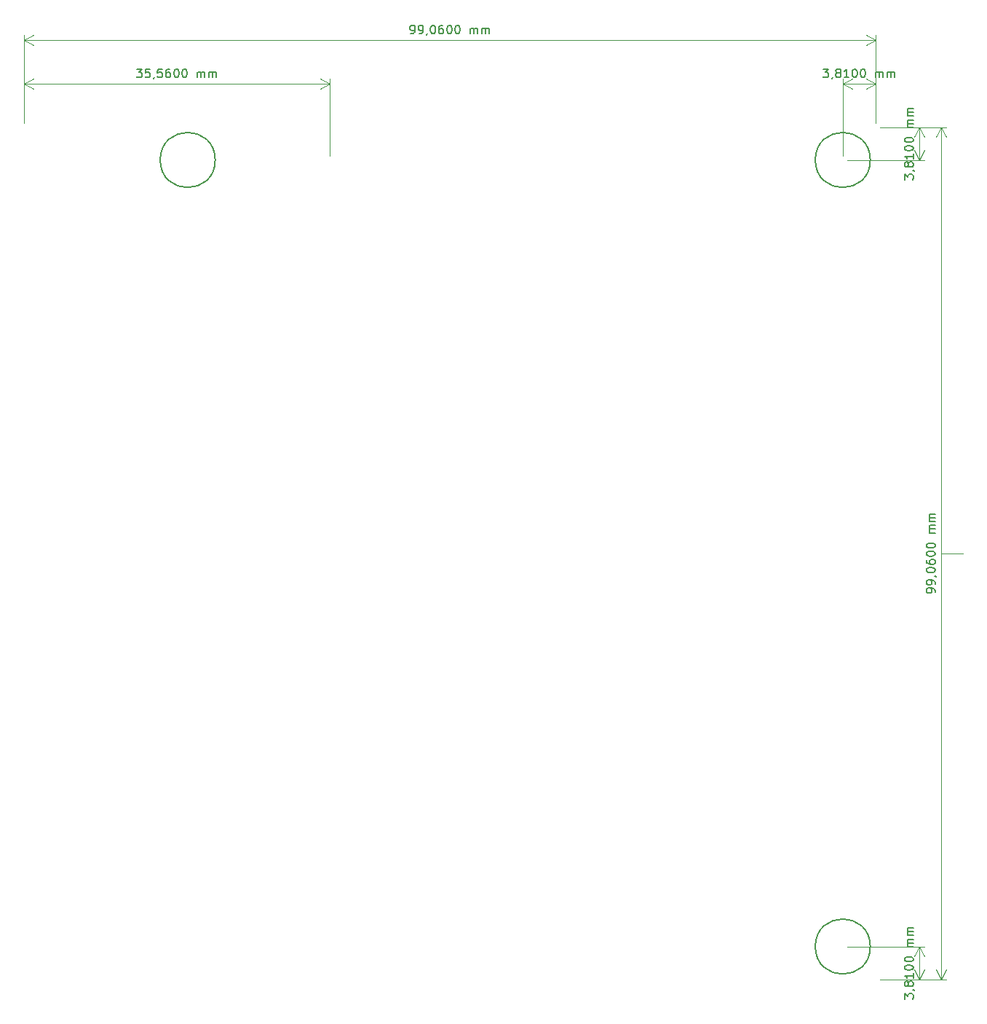
<source format=gbr>
%TF.GenerationSoftware,KiCad,Pcbnew,8.0.4-8.0.4-0~ubuntu22.04.1*%
%TF.CreationDate,2024-08-10T20:12:59+03:00*%
%TF.ProjectId,PM-CPU-RP,504d2d43-5055-42d5-9250-2e6b69636164,rev?*%
%TF.SameCoordinates,Original*%
%TF.FileFunction,Other,Comment*%
%FSLAX46Y46*%
G04 Gerber Fmt 4.6, Leading zero omitted, Abs format (unit mm)*
G04 Created by KiCad (PCBNEW 8.0.4-8.0.4-0~ubuntu22.04.1) date 2024-08-10 20:12:59*
%MOMM*%
%LPD*%
G01*
G04 APERTURE LIST*
%ADD10C,0.100000*%
%ADD11C,0.150000*%
G04 APERTURE END LIST*
D10*
X132080000Y-100330000D02*
X134620000Y-100330000D01*
D11*
X127844819Y-56895475D02*
X127844819Y-56276428D01*
X127844819Y-56276428D02*
X128225771Y-56609761D01*
X128225771Y-56609761D02*
X128225771Y-56466904D01*
X128225771Y-56466904D02*
X128273390Y-56371666D01*
X128273390Y-56371666D02*
X128321009Y-56324047D01*
X128321009Y-56324047D02*
X128416247Y-56276428D01*
X128416247Y-56276428D02*
X128654342Y-56276428D01*
X128654342Y-56276428D02*
X128749580Y-56324047D01*
X128749580Y-56324047D02*
X128797200Y-56371666D01*
X128797200Y-56371666D02*
X128844819Y-56466904D01*
X128844819Y-56466904D02*
X128844819Y-56752618D01*
X128844819Y-56752618D02*
X128797200Y-56847856D01*
X128797200Y-56847856D02*
X128749580Y-56895475D01*
X128797200Y-55800237D02*
X128844819Y-55800237D01*
X128844819Y-55800237D02*
X128940057Y-55847856D01*
X128940057Y-55847856D02*
X128987676Y-55895475D01*
X128273390Y-55228809D02*
X128225771Y-55324047D01*
X128225771Y-55324047D02*
X128178152Y-55371666D01*
X128178152Y-55371666D02*
X128082914Y-55419285D01*
X128082914Y-55419285D02*
X128035295Y-55419285D01*
X128035295Y-55419285D02*
X127940057Y-55371666D01*
X127940057Y-55371666D02*
X127892438Y-55324047D01*
X127892438Y-55324047D02*
X127844819Y-55228809D01*
X127844819Y-55228809D02*
X127844819Y-55038333D01*
X127844819Y-55038333D02*
X127892438Y-54943095D01*
X127892438Y-54943095D02*
X127940057Y-54895476D01*
X127940057Y-54895476D02*
X128035295Y-54847857D01*
X128035295Y-54847857D02*
X128082914Y-54847857D01*
X128082914Y-54847857D02*
X128178152Y-54895476D01*
X128178152Y-54895476D02*
X128225771Y-54943095D01*
X128225771Y-54943095D02*
X128273390Y-55038333D01*
X128273390Y-55038333D02*
X128273390Y-55228809D01*
X128273390Y-55228809D02*
X128321009Y-55324047D01*
X128321009Y-55324047D02*
X128368628Y-55371666D01*
X128368628Y-55371666D02*
X128463866Y-55419285D01*
X128463866Y-55419285D02*
X128654342Y-55419285D01*
X128654342Y-55419285D02*
X128749580Y-55371666D01*
X128749580Y-55371666D02*
X128797200Y-55324047D01*
X128797200Y-55324047D02*
X128844819Y-55228809D01*
X128844819Y-55228809D02*
X128844819Y-55038333D01*
X128844819Y-55038333D02*
X128797200Y-54943095D01*
X128797200Y-54943095D02*
X128749580Y-54895476D01*
X128749580Y-54895476D02*
X128654342Y-54847857D01*
X128654342Y-54847857D02*
X128463866Y-54847857D01*
X128463866Y-54847857D02*
X128368628Y-54895476D01*
X128368628Y-54895476D02*
X128321009Y-54943095D01*
X128321009Y-54943095D02*
X128273390Y-55038333D01*
X128844819Y-53895476D02*
X128844819Y-54466904D01*
X128844819Y-54181190D02*
X127844819Y-54181190D01*
X127844819Y-54181190D02*
X127987676Y-54276428D01*
X127987676Y-54276428D02*
X128082914Y-54371666D01*
X128082914Y-54371666D02*
X128130533Y-54466904D01*
X127844819Y-53276428D02*
X127844819Y-53181190D01*
X127844819Y-53181190D02*
X127892438Y-53085952D01*
X127892438Y-53085952D02*
X127940057Y-53038333D01*
X127940057Y-53038333D02*
X128035295Y-52990714D01*
X128035295Y-52990714D02*
X128225771Y-52943095D01*
X128225771Y-52943095D02*
X128463866Y-52943095D01*
X128463866Y-52943095D02*
X128654342Y-52990714D01*
X128654342Y-52990714D02*
X128749580Y-53038333D01*
X128749580Y-53038333D02*
X128797200Y-53085952D01*
X128797200Y-53085952D02*
X128844819Y-53181190D01*
X128844819Y-53181190D02*
X128844819Y-53276428D01*
X128844819Y-53276428D02*
X128797200Y-53371666D01*
X128797200Y-53371666D02*
X128749580Y-53419285D01*
X128749580Y-53419285D02*
X128654342Y-53466904D01*
X128654342Y-53466904D02*
X128463866Y-53514523D01*
X128463866Y-53514523D02*
X128225771Y-53514523D01*
X128225771Y-53514523D02*
X128035295Y-53466904D01*
X128035295Y-53466904D02*
X127940057Y-53419285D01*
X127940057Y-53419285D02*
X127892438Y-53371666D01*
X127892438Y-53371666D02*
X127844819Y-53276428D01*
X127844819Y-52324047D02*
X127844819Y-52228809D01*
X127844819Y-52228809D02*
X127892438Y-52133571D01*
X127892438Y-52133571D02*
X127940057Y-52085952D01*
X127940057Y-52085952D02*
X128035295Y-52038333D01*
X128035295Y-52038333D02*
X128225771Y-51990714D01*
X128225771Y-51990714D02*
X128463866Y-51990714D01*
X128463866Y-51990714D02*
X128654342Y-52038333D01*
X128654342Y-52038333D02*
X128749580Y-52085952D01*
X128749580Y-52085952D02*
X128797200Y-52133571D01*
X128797200Y-52133571D02*
X128844819Y-52228809D01*
X128844819Y-52228809D02*
X128844819Y-52324047D01*
X128844819Y-52324047D02*
X128797200Y-52419285D01*
X128797200Y-52419285D02*
X128749580Y-52466904D01*
X128749580Y-52466904D02*
X128654342Y-52514523D01*
X128654342Y-52514523D02*
X128463866Y-52562142D01*
X128463866Y-52562142D02*
X128225771Y-52562142D01*
X128225771Y-52562142D02*
X128035295Y-52514523D01*
X128035295Y-52514523D02*
X127940057Y-52466904D01*
X127940057Y-52466904D02*
X127892438Y-52419285D01*
X127892438Y-52419285D02*
X127844819Y-52324047D01*
X128844819Y-50800237D02*
X128178152Y-50800237D01*
X128273390Y-50800237D02*
X128225771Y-50752618D01*
X128225771Y-50752618D02*
X128178152Y-50657380D01*
X128178152Y-50657380D02*
X128178152Y-50514523D01*
X128178152Y-50514523D02*
X128225771Y-50419285D01*
X128225771Y-50419285D02*
X128321009Y-50371666D01*
X128321009Y-50371666D02*
X128844819Y-50371666D01*
X128321009Y-50371666D02*
X128225771Y-50324047D01*
X128225771Y-50324047D02*
X128178152Y-50228809D01*
X128178152Y-50228809D02*
X128178152Y-50085952D01*
X128178152Y-50085952D02*
X128225771Y-49990713D01*
X128225771Y-49990713D02*
X128321009Y-49943094D01*
X128321009Y-49943094D02*
X128844819Y-49943094D01*
X128844819Y-49466904D02*
X128178152Y-49466904D01*
X128273390Y-49466904D02*
X128225771Y-49419285D01*
X128225771Y-49419285D02*
X128178152Y-49324047D01*
X128178152Y-49324047D02*
X128178152Y-49181190D01*
X128178152Y-49181190D02*
X128225771Y-49085952D01*
X128225771Y-49085952D02*
X128321009Y-49038333D01*
X128321009Y-49038333D02*
X128844819Y-49038333D01*
X128321009Y-49038333D02*
X128225771Y-48990714D01*
X128225771Y-48990714D02*
X128178152Y-48895476D01*
X128178152Y-48895476D02*
X128178152Y-48752619D01*
X128178152Y-48752619D02*
X128225771Y-48657380D01*
X128225771Y-48657380D02*
X128321009Y-48609761D01*
X128321009Y-48609761D02*
X128844819Y-48609761D01*
D10*
X121150000Y-54610000D02*
X130126420Y-54610000D01*
X130126420Y-50800000D02*
X124960000Y-50800000D01*
X129540000Y-54610000D02*
X129540000Y-50800000D01*
X129540000Y-54610000D02*
X129540000Y-50800000D01*
X129540000Y-54610000D02*
X128953579Y-53483496D01*
X129540000Y-54610000D02*
X130126421Y-53483496D01*
X129540000Y-50800000D02*
X130126421Y-51926504D01*
X129540000Y-50800000D02*
X128953579Y-51926504D01*
D11*
X38513334Y-44024819D02*
X39132381Y-44024819D01*
X39132381Y-44024819D02*
X38799048Y-44405771D01*
X38799048Y-44405771D02*
X38941905Y-44405771D01*
X38941905Y-44405771D02*
X39037143Y-44453390D01*
X39037143Y-44453390D02*
X39084762Y-44501009D01*
X39084762Y-44501009D02*
X39132381Y-44596247D01*
X39132381Y-44596247D02*
X39132381Y-44834342D01*
X39132381Y-44834342D02*
X39084762Y-44929580D01*
X39084762Y-44929580D02*
X39037143Y-44977200D01*
X39037143Y-44977200D02*
X38941905Y-45024819D01*
X38941905Y-45024819D02*
X38656191Y-45024819D01*
X38656191Y-45024819D02*
X38560953Y-44977200D01*
X38560953Y-44977200D02*
X38513334Y-44929580D01*
X40037143Y-44024819D02*
X39560953Y-44024819D01*
X39560953Y-44024819D02*
X39513334Y-44501009D01*
X39513334Y-44501009D02*
X39560953Y-44453390D01*
X39560953Y-44453390D02*
X39656191Y-44405771D01*
X39656191Y-44405771D02*
X39894286Y-44405771D01*
X39894286Y-44405771D02*
X39989524Y-44453390D01*
X39989524Y-44453390D02*
X40037143Y-44501009D01*
X40037143Y-44501009D02*
X40084762Y-44596247D01*
X40084762Y-44596247D02*
X40084762Y-44834342D01*
X40084762Y-44834342D02*
X40037143Y-44929580D01*
X40037143Y-44929580D02*
X39989524Y-44977200D01*
X39989524Y-44977200D02*
X39894286Y-45024819D01*
X39894286Y-45024819D02*
X39656191Y-45024819D01*
X39656191Y-45024819D02*
X39560953Y-44977200D01*
X39560953Y-44977200D02*
X39513334Y-44929580D01*
X40560953Y-44977200D02*
X40560953Y-45024819D01*
X40560953Y-45024819D02*
X40513334Y-45120057D01*
X40513334Y-45120057D02*
X40465715Y-45167676D01*
X41465714Y-44024819D02*
X40989524Y-44024819D01*
X40989524Y-44024819D02*
X40941905Y-44501009D01*
X40941905Y-44501009D02*
X40989524Y-44453390D01*
X40989524Y-44453390D02*
X41084762Y-44405771D01*
X41084762Y-44405771D02*
X41322857Y-44405771D01*
X41322857Y-44405771D02*
X41418095Y-44453390D01*
X41418095Y-44453390D02*
X41465714Y-44501009D01*
X41465714Y-44501009D02*
X41513333Y-44596247D01*
X41513333Y-44596247D02*
X41513333Y-44834342D01*
X41513333Y-44834342D02*
X41465714Y-44929580D01*
X41465714Y-44929580D02*
X41418095Y-44977200D01*
X41418095Y-44977200D02*
X41322857Y-45024819D01*
X41322857Y-45024819D02*
X41084762Y-45024819D01*
X41084762Y-45024819D02*
X40989524Y-44977200D01*
X40989524Y-44977200D02*
X40941905Y-44929580D01*
X42370476Y-44024819D02*
X42180000Y-44024819D01*
X42180000Y-44024819D02*
X42084762Y-44072438D01*
X42084762Y-44072438D02*
X42037143Y-44120057D01*
X42037143Y-44120057D02*
X41941905Y-44262914D01*
X41941905Y-44262914D02*
X41894286Y-44453390D01*
X41894286Y-44453390D02*
X41894286Y-44834342D01*
X41894286Y-44834342D02*
X41941905Y-44929580D01*
X41941905Y-44929580D02*
X41989524Y-44977200D01*
X41989524Y-44977200D02*
X42084762Y-45024819D01*
X42084762Y-45024819D02*
X42275238Y-45024819D01*
X42275238Y-45024819D02*
X42370476Y-44977200D01*
X42370476Y-44977200D02*
X42418095Y-44929580D01*
X42418095Y-44929580D02*
X42465714Y-44834342D01*
X42465714Y-44834342D02*
X42465714Y-44596247D01*
X42465714Y-44596247D02*
X42418095Y-44501009D01*
X42418095Y-44501009D02*
X42370476Y-44453390D01*
X42370476Y-44453390D02*
X42275238Y-44405771D01*
X42275238Y-44405771D02*
X42084762Y-44405771D01*
X42084762Y-44405771D02*
X41989524Y-44453390D01*
X41989524Y-44453390D02*
X41941905Y-44501009D01*
X41941905Y-44501009D02*
X41894286Y-44596247D01*
X43084762Y-44024819D02*
X43180000Y-44024819D01*
X43180000Y-44024819D02*
X43275238Y-44072438D01*
X43275238Y-44072438D02*
X43322857Y-44120057D01*
X43322857Y-44120057D02*
X43370476Y-44215295D01*
X43370476Y-44215295D02*
X43418095Y-44405771D01*
X43418095Y-44405771D02*
X43418095Y-44643866D01*
X43418095Y-44643866D02*
X43370476Y-44834342D01*
X43370476Y-44834342D02*
X43322857Y-44929580D01*
X43322857Y-44929580D02*
X43275238Y-44977200D01*
X43275238Y-44977200D02*
X43180000Y-45024819D01*
X43180000Y-45024819D02*
X43084762Y-45024819D01*
X43084762Y-45024819D02*
X42989524Y-44977200D01*
X42989524Y-44977200D02*
X42941905Y-44929580D01*
X42941905Y-44929580D02*
X42894286Y-44834342D01*
X42894286Y-44834342D02*
X42846667Y-44643866D01*
X42846667Y-44643866D02*
X42846667Y-44405771D01*
X42846667Y-44405771D02*
X42894286Y-44215295D01*
X42894286Y-44215295D02*
X42941905Y-44120057D01*
X42941905Y-44120057D02*
X42989524Y-44072438D01*
X42989524Y-44072438D02*
X43084762Y-44024819D01*
X44037143Y-44024819D02*
X44132381Y-44024819D01*
X44132381Y-44024819D02*
X44227619Y-44072438D01*
X44227619Y-44072438D02*
X44275238Y-44120057D01*
X44275238Y-44120057D02*
X44322857Y-44215295D01*
X44322857Y-44215295D02*
X44370476Y-44405771D01*
X44370476Y-44405771D02*
X44370476Y-44643866D01*
X44370476Y-44643866D02*
X44322857Y-44834342D01*
X44322857Y-44834342D02*
X44275238Y-44929580D01*
X44275238Y-44929580D02*
X44227619Y-44977200D01*
X44227619Y-44977200D02*
X44132381Y-45024819D01*
X44132381Y-45024819D02*
X44037143Y-45024819D01*
X44037143Y-45024819D02*
X43941905Y-44977200D01*
X43941905Y-44977200D02*
X43894286Y-44929580D01*
X43894286Y-44929580D02*
X43846667Y-44834342D01*
X43846667Y-44834342D02*
X43799048Y-44643866D01*
X43799048Y-44643866D02*
X43799048Y-44405771D01*
X43799048Y-44405771D02*
X43846667Y-44215295D01*
X43846667Y-44215295D02*
X43894286Y-44120057D01*
X43894286Y-44120057D02*
X43941905Y-44072438D01*
X43941905Y-44072438D02*
X44037143Y-44024819D01*
X45560953Y-45024819D02*
X45560953Y-44358152D01*
X45560953Y-44453390D02*
X45608572Y-44405771D01*
X45608572Y-44405771D02*
X45703810Y-44358152D01*
X45703810Y-44358152D02*
X45846667Y-44358152D01*
X45846667Y-44358152D02*
X45941905Y-44405771D01*
X45941905Y-44405771D02*
X45989524Y-44501009D01*
X45989524Y-44501009D02*
X45989524Y-45024819D01*
X45989524Y-44501009D02*
X46037143Y-44405771D01*
X46037143Y-44405771D02*
X46132381Y-44358152D01*
X46132381Y-44358152D02*
X46275238Y-44358152D01*
X46275238Y-44358152D02*
X46370477Y-44405771D01*
X46370477Y-44405771D02*
X46418096Y-44501009D01*
X46418096Y-44501009D02*
X46418096Y-45024819D01*
X46894286Y-45024819D02*
X46894286Y-44358152D01*
X46894286Y-44453390D02*
X46941905Y-44405771D01*
X46941905Y-44405771D02*
X47037143Y-44358152D01*
X47037143Y-44358152D02*
X47180000Y-44358152D01*
X47180000Y-44358152D02*
X47275238Y-44405771D01*
X47275238Y-44405771D02*
X47322857Y-44501009D01*
X47322857Y-44501009D02*
X47322857Y-45024819D01*
X47322857Y-44501009D02*
X47370476Y-44405771D01*
X47370476Y-44405771D02*
X47465714Y-44358152D01*
X47465714Y-44358152D02*
X47608571Y-44358152D01*
X47608571Y-44358152D02*
X47703810Y-44405771D01*
X47703810Y-44405771D02*
X47751429Y-44501009D01*
X47751429Y-44501009D02*
X47751429Y-45024819D01*
D10*
X25400000Y-50300000D02*
X25400000Y-45133580D01*
X60960000Y-45133580D02*
X60960000Y-54110000D01*
X25400000Y-45720000D02*
X60960000Y-45720000D01*
X25400000Y-45720000D02*
X60960000Y-45720000D01*
X25400000Y-45720000D02*
X26526504Y-45133579D01*
X25400000Y-45720000D02*
X26526504Y-46306421D01*
X60960000Y-45720000D02*
X59833496Y-46306421D01*
X60960000Y-45720000D02*
X59833496Y-45133579D01*
D11*
X118364524Y-44024819D02*
X118983571Y-44024819D01*
X118983571Y-44024819D02*
X118650238Y-44405771D01*
X118650238Y-44405771D02*
X118793095Y-44405771D01*
X118793095Y-44405771D02*
X118888333Y-44453390D01*
X118888333Y-44453390D02*
X118935952Y-44501009D01*
X118935952Y-44501009D02*
X118983571Y-44596247D01*
X118983571Y-44596247D02*
X118983571Y-44834342D01*
X118983571Y-44834342D02*
X118935952Y-44929580D01*
X118935952Y-44929580D02*
X118888333Y-44977200D01*
X118888333Y-44977200D02*
X118793095Y-45024819D01*
X118793095Y-45024819D02*
X118507381Y-45024819D01*
X118507381Y-45024819D02*
X118412143Y-44977200D01*
X118412143Y-44977200D02*
X118364524Y-44929580D01*
X119459762Y-44977200D02*
X119459762Y-45024819D01*
X119459762Y-45024819D02*
X119412143Y-45120057D01*
X119412143Y-45120057D02*
X119364524Y-45167676D01*
X120031190Y-44453390D02*
X119935952Y-44405771D01*
X119935952Y-44405771D02*
X119888333Y-44358152D01*
X119888333Y-44358152D02*
X119840714Y-44262914D01*
X119840714Y-44262914D02*
X119840714Y-44215295D01*
X119840714Y-44215295D02*
X119888333Y-44120057D01*
X119888333Y-44120057D02*
X119935952Y-44072438D01*
X119935952Y-44072438D02*
X120031190Y-44024819D01*
X120031190Y-44024819D02*
X120221666Y-44024819D01*
X120221666Y-44024819D02*
X120316904Y-44072438D01*
X120316904Y-44072438D02*
X120364523Y-44120057D01*
X120364523Y-44120057D02*
X120412142Y-44215295D01*
X120412142Y-44215295D02*
X120412142Y-44262914D01*
X120412142Y-44262914D02*
X120364523Y-44358152D01*
X120364523Y-44358152D02*
X120316904Y-44405771D01*
X120316904Y-44405771D02*
X120221666Y-44453390D01*
X120221666Y-44453390D02*
X120031190Y-44453390D01*
X120031190Y-44453390D02*
X119935952Y-44501009D01*
X119935952Y-44501009D02*
X119888333Y-44548628D01*
X119888333Y-44548628D02*
X119840714Y-44643866D01*
X119840714Y-44643866D02*
X119840714Y-44834342D01*
X119840714Y-44834342D02*
X119888333Y-44929580D01*
X119888333Y-44929580D02*
X119935952Y-44977200D01*
X119935952Y-44977200D02*
X120031190Y-45024819D01*
X120031190Y-45024819D02*
X120221666Y-45024819D01*
X120221666Y-45024819D02*
X120316904Y-44977200D01*
X120316904Y-44977200D02*
X120364523Y-44929580D01*
X120364523Y-44929580D02*
X120412142Y-44834342D01*
X120412142Y-44834342D02*
X120412142Y-44643866D01*
X120412142Y-44643866D02*
X120364523Y-44548628D01*
X120364523Y-44548628D02*
X120316904Y-44501009D01*
X120316904Y-44501009D02*
X120221666Y-44453390D01*
X121364523Y-45024819D02*
X120793095Y-45024819D01*
X121078809Y-45024819D02*
X121078809Y-44024819D01*
X121078809Y-44024819D02*
X120983571Y-44167676D01*
X120983571Y-44167676D02*
X120888333Y-44262914D01*
X120888333Y-44262914D02*
X120793095Y-44310533D01*
X121983571Y-44024819D02*
X122078809Y-44024819D01*
X122078809Y-44024819D02*
X122174047Y-44072438D01*
X122174047Y-44072438D02*
X122221666Y-44120057D01*
X122221666Y-44120057D02*
X122269285Y-44215295D01*
X122269285Y-44215295D02*
X122316904Y-44405771D01*
X122316904Y-44405771D02*
X122316904Y-44643866D01*
X122316904Y-44643866D02*
X122269285Y-44834342D01*
X122269285Y-44834342D02*
X122221666Y-44929580D01*
X122221666Y-44929580D02*
X122174047Y-44977200D01*
X122174047Y-44977200D02*
X122078809Y-45024819D01*
X122078809Y-45024819D02*
X121983571Y-45024819D01*
X121983571Y-45024819D02*
X121888333Y-44977200D01*
X121888333Y-44977200D02*
X121840714Y-44929580D01*
X121840714Y-44929580D02*
X121793095Y-44834342D01*
X121793095Y-44834342D02*
X121745476Y-44643866D01*
X121745476Y-44643866D02*
X121745476Y-44405771D01*
X121745476Y-44405771D02*
X121793095Y-44215295D01*
X121793095Y-44215295D02*
X121840714Y-44120057D01*
X121840714Y-44120057D02*
X121888333Y-44072438D01*
X121888333Y-44072438D02*
X121983571Y-44024819D01*
X122935952Y-44024819D02*
X123031190Y-44024819D01*
X123031190Y-44024819D02*
X123126428Y-44072438D01*
X123126428Y-44072438D02*
X123174047Y-44120057D01*
X123174047Y-44120057D02*
X123221666Y-44215295D01*
X123221666Y-44215295D02*
X123269285Y-44405771D01*
X123269285Y-44405771D02*
X123269285Y-44643866D01*
X123269285Y-44643866D02*
X123221666Y-44834342D01*
X123221666Y-44834342D02*
X123174047Y-44929580D01*
X123174047Y-44929580D02*
X123126428Y-44977200D01*
X123126428Y-44977200D02*
X123031190Y-45024819D01*
X123031190Y-45024819D02*
X122935952Y-45024819D01*
X122935952Y-45024819D02*
X122840714Y-44977200D01*
X122840714Y-44977200D02*
X122793095Y-44929580D01*
X122793095Y-44929580D02*
X122745476Y-44834342D01*
X122745476Y-44834342D02*
X122697857Y-44643866D01*
X122697857Y-44643866D02*
X122697857Y-44405771D01*
X122697857Y-44405771D02*
X122745476Y-44215295D01*
X122745476Y-44215295D02*
X122793095Y-44120057D01*
X122793095Y-44120057D02*
X122840714Y-44072438D01*
X122840714Y-44072438D02*
X122935952Y-44024819D01*
X124459762Y-45024819D02*
X124459762Y-44358152D01*
X124459762Y-44453390D02*
X124507381Y-44405771D01*
X124507381Y-44405771D02*
X124602619Y-44358152D01*
X124602619Y-44358152D02*
X124745476Y-44358152D01*
X124745476Y-44358152D02*
X124840714Y-44405771D01*
X124840714Y-44405771D02*
X124888333Y-44501009D01*
X124888333Y-44501009D02*
X124888333Y-45024819D01*
X124888333Y-44501009D02*
X124935952Y-44405771D01*
X124935952Y-44405771D02*
X125031190Y-44358152D01*
X125031190Y-44358152D02*
X125174047Y-44358152D01*
X125174047Y-44358152D02*
X125269286Y-44405771D01*
X125269286Y-44405771D02*
X125316905Y-44501009D01*
X125316905Y-44501009D02*
X125316905Y-45024819D01*
X125793095Y-45024819D02*
X125793095Y-44358152D01*
X125793095Y-44453390D02*
X125840714Y-44405771D01*
X125840714Y-44405771D02*
X125935952Y-44358152D01*
X125935952Y-44358152D02*
X126078809Y-44358152D01*
X126078809Y-44358152D02*
X126174047Y-44405771D01*
X126174047Y-44405771D02*
X126221666Y-44501009D01*
X126221666Y-44501009D02*
X126221666Y-45024819D01*
X126221666Y-44501009D02*
X126269285Y-44405771D01*
X126269285Y-44405771D02*
X126364523Y-44358152D01*
X126364523Y-44358152D02*
X126507380Y-44358152D01*
X126507380Y-44358152D02*
X126602619Y-44405771D01*
X126602619Y-44405771D02*
X126650238Y-44501009D01*
X126650238Y-44501009D02*
X126650238Y-45024819D01*
D10*
X120650000Y-54110000D02*
X120650000Y-45133580D01*
X124460000Y-45133580D02*
X124460000Y-50300000D01*
X120650000Y-45720000D02*
X124460000Y-45720000D01*
X120650000Y-45720000D02*
X124460000Y-45720000D01*
X120650000Y-45720000D02*
X121776504Y-45133579D01*
X120650000Y-45720000D02*
X121776504Y-46306421D01*
X124460000Y-45720000D02*
X123333496Y-46306421D01*
X124460000Y-45720000D02*
X123333496Y-45133579D01*
D11*
X127844819Y-152145475D02*
X127844819Y-151526428D01*
X127844819Y-151526428D02*
X128225771Y-151859761D01*
X128225771Y-151859761D02*
X128225771Y-151716904D01*
X128225771Y-151716904D02*
X128273390Y-151621666D01*
X128273390Y-151621666D02*
X128321009Y-151574047D01*
X128321009Y-151574047D02*
X128416247Y-151526428D01*
X128416247Y-151526428D02*
X128654342Y-151526428D01*
X128654342Y-151526428D02*
X128749580Y-151574047D01*
X128749580Y-151574047D02*
X128797200Y-151621666D01*
X128797200Y-151621666D02*
X128844819Y-151716904D01*
X128844819Y-151716904D02*
X128844819Y-152002618D01*
X128844819Y-152002618D02*
X128797200Y-152097856D01*
X128797200Y-152097856D02*
X128749580Y-152145475D01*
X128797200Y-151050237D02*
X128844819Y-151050237D01*
X128844819Y-151050237D02*
X128940057Y-151097856D01*
X128940057Y-151097856D02*
X128987676Y-151145475D01*
X128273390Y-150478809D02*
X128225771Y-150574047D01*
X128225771Y-150574047D02*
X128178152Y-150621666D01*
X128178152Y-150621666D02*
X128082914Y-150669285D01*
X128082914Y-150669285D02*
X128035295Y-150669285D01*
X128035295Y-150669285D02*
X127940057Y-150621666D01*
X127940057Y-150621666D02*
X127892438Y-150574047D01*
X127892438Y-150574047D02*
X127844819Y-150478809D01*
X127844819Y-150478809D02*
X127844819Y-150288333D01*
X127844819Y-150288333D02*
X127892438Y-150193095D01*
X127892438Y-150193095D02*
X127940057Y-150145476D01*
X127940057Y-150145476D02*
X128035295Y-150097857D01*
X128035295Y-150097857D02*
X128082914Y-150097857D01*
X128082914Y-150097857D02*
X128178152Y-150145476D01*
X128178152Y-150145476D02*
X128225771Y-150193095D01*
X128225771Y-150193095D02*
X128273390Y-150288333D01*
X128273390Y-150288333D02*
X128273390Y-150478809D01*
X128273390Y-150478809D02*
X128321009Y-150574047D01*
X128321009Y-150574047D02*
X128368628Y-150621666D01*
X128368628Y-150621666D02*
X128463866Y-150669285D01*
X128463866Y-150669285D02*
X128654342Y-150669285D01*
X128654342Y-150669285D02*
X128749580Y-150621666D01*
X128749580Y-150621666D02*
X128797200Y-150574047D01*
X128797200Y-150574047D02*
X128844819Y-150478809D01*
X128844819Y-150478809D02*
X128844819Y-150288333D01*
X128844819Y-150288333D02*
X128797200Y-150193095D01*
X128797200Y-150193095D02*
X128749580Y-150145476D01*
X128749580Y-150145476D02*
X128654342Y-150097857D01*
X128654342Y-150097857D02*
X128463866Y-150097857D01*
X128463866Y-150097857D02*
X128368628Y-150145476D01*
X128368628Y-150145476D02*
X128321009Y-150193095D01*
X128321009Y-150193095D02*
X128273390Y-150288333D01*
X128844819Y-149145476D02*
X128844819Y-149716904D01*
X128844819Y-149431190D02*
X127844819Y-149431190D01*
X127844819Y-149431190D02*
X127987676Y-149526428D01*
X127987676Y-149526428D02*
X128082914Y-149621666D01*
X128082914Y-149621666D02*
X128130533Y-149716904D01*
X127844819Y-148526428D02*
X127844819Y-148431190D01*
X127844819Y-148431190D02*
X127892438Y-148335952D01*
X127892438Y-148335952D02*
X127940057Y-148288333D01*
X127940057Y-148288333D02*
X128035295Y-148240714D01*
X128035295Y-148240714D02*
X128225771Y-148193095D01*
X128225771Y-148193095D02*
X128463866Y-148193095D01*
X128463866Y-148193095D02*
X128654342Y-148240714D01*
X128654342Y-148240714D02*
X128749580Y-148288333D01*
X128749580Y-148288333D02*
X128797200Y-148335952D01*
X128797200Y-148335952D02*
X128844819Y-148431190D01*
X128844819Y-148431190D02*
X128844819Y-148526428D01*
X128844819Y-148526428D02*
X128797200Y-148621666D01*
X128797200Y-148621666D02*
X128749580Y-148669285D01*
X128749580Y-148669285D02*
X128654342Y-148716904D01*
X128654342Y-148716904D02*
X128463866Y-148764523D01*
X128463866Y-148764523D02*
X128225771Y-148764523D01*
X128225771Y-148764523D02*
X128035295Y-148716904D01*
X128035295Y-148716904D02*
X127940057Y-148669285D01*
X127940057Y-148669285D02*
X127892438Y-148621666D01*
X127892438Y-148621666D02*
X127844819Y-148526428D01*
X127844819Y-147574047D02*
X127844819Y-147478809D01*
X127844819Y-147478809D02*
X127892438Y-147383571D01*
X127892438Y-147383571D02*
X127940057Y-147335952D01*
X127940057Y-147335952D02*
X128035295Y-147288333D01*
X128035295Y-147288333D02*
X128225771Y-147240714D01*
X128225771Y-147240714D02*
X128463866Y-147240714D01*
X128463866Y-147240714D02*
X128654342Y-147288333D01*
X128654342Y-147288333D02*
X128749580Y-147335952D01*
X128749580Y-147335952D02*
X128797200Y-147383571D01*
X128797200Y-147383571D02*
X128844819Y-147478809D01*
X128844819Y-147478809D02*
X128844819Y-147574047D01*
X128844819Y-147574047D02*
X128797200Y-147669285D01*
X128797200Y-147669285D02*
X128749580Y-147716904D01*
X128749580Y-147716904D02*
X128654342Y-147764523D01*
X128654342Y-147764523D02*
X128463866Y-147812142D01*
X128463866Y-147812142D02*
X128225771Y-147812142D01*
X128225771Y-147812142D02*
X128035295Y-147764523D01*
X128035295Y-147764523D02*
X127940057Y-147716904D01*
X127940057Y-147716904D02*
X127892438Y-147669285D01*
X127892438Y-147669285D02*
X127844819Y-147574047D01*
X128844819Y-146050237D02*
X128178152Y-146050237D01*
X128273390Y-146050237D02*
X128225771Y-146002618D01*
X128225771Y-146002618D02*
X128178152Y-145907380D01*
X128178152Y-145907380D02*
X128178152Y-145764523D01*
X128178152Y-145764523D02*
X128225771Y-145669285D01*
X128225771Y-145669285D02*
X128321009Y-145621666D01*
X128321009Y-145621666D02*
X128844819Y-145621666D01*
X128321009Y-145621666D02*
X128225771Y-145574047D01*
X128225771Y-145574047D02*
X128178152Y-145478809D01*
X128178152Y-145478809D02*
X128178152Y-145335952D01*
X128178152Y-145335952D02*
X128225771Y-145240713D01*
X128225771Y-145240713D02*
X128321009Y-145193094D01*
X128321009Y-145193094D02*
X128844819Y-145193094D01*
X128844819Y-144716904D02*
X128178152Y-144716904D01*
X128273390Y-144716904D02*
X128225771Y-144669285D01*
X128225771Y-144669285D02*
X128178152Y-144574047D01*
X128178152Y-144574047D02*
X128178152Y-144431190D01*
X128178152Y-144431190D02*
X128225771Y-144335952D01*
X128225771Y-144335952D02*
X128321009Y-144288333D01*
X128321009Y-144288333D02*
X128844819Y-144288333D01*
X128321009Y-144288333D02*
X128225771Y-144240714D01*
X128225771Y-144240714D02*
X128178152Y-144145476D01*
X128178152Y-144145476D02*
X128178152Y-144002619D01*
X128178152Y-144002619D02*
X128225771Y-143907380D01*
X128225771Y-143907380D02*
X128321009Y-143859761D01*
X128321009Y-143859761D02*
X128844819Y-143859761D01*
D10*
X121150000Y-146050000D02*
X130126420Y-146050000D01*
X130126420Y-149860000D02*
X124960000Y-149860000D01*
X129540000Y-146050000D02*
X129540000Y-149860000D01*
X129540000Y-146050000D02*
X129540000Y-149860000D01*
X129540000Y-146050000D02*
X130126421Y-147176504D01*
X129540000Y-146050000D02*
X128953579Y-147176504D01*
X129540000Y-149860000D02*
X128953579Y-148733496D01*
X129540000Y-149860000D02*
X130126421Y-148733496D01*
D11*
X131384819Y-104853808D02*
X131384819Y-104663332D01*
X131384819Y-104663332D02*
X131337200Y-104568094D01*
X131337200Y-104568094D02*
X131289580Y-104520475D01*
X131289580Y-104520475D02*
X131146723Y-104425237D01*
X131146723Y-104425237D02*
X130956247Y-104377618D01*
X130956247Y-104377618D02*
X130575295Y-104377618D01*
X130575295Y-104377618D02*
X130480057Y-104425237D01*
X130480057Y-104425237D02*
X130432438Y-104472856D01*
X130432438Y-104472856D02*
X130384819Y-104568094D01*
X130384819Y-104568094D02*
X130384819Y-104758570D01*
X130384819Y-104758570D02*
X130432438Y-104853808D01*
X130432438Y-104853808D02*
X130480057Y-104901427D01*
X130480057Y-104901427D02*
X130575295Y-104949046D01*
X130575295Y-104949046D02*
X130813390Y-104949046D01*
X130813390Y-104949046D02*
X130908628Y-104901427D01*
X130908628Y-104901427D02*
X130956247Y-104853808D01*
X130956247Y-104853808D02*
X131003866Y-104758570D01*
X131003866Y-104758570D02*
X131003866Y-104568094D01*
X131003866Y-104568094D02*
X130956247Y-104472856D01*
X130956247Y-104472856D02*
X130908628Y-104425237D01*
X130908628Y-104425237D02*
X130813390Y-104377618D01*
X131384819Y-103901427D02*
X131384819Y-103710951D01*
X131384819Y-103710951D02*
X131337200Y-103615713D01*
X131337200Y-103615713D02*
X131289580Y-103568094D01*
X131289580Y-103568094D02*
X131146723Y-103472856D01*
X131146723Y-103472856D02*
X130956247Y-103425237D01*
X130956247Y-103425237D02*
X130575295Y-103425237D01*
X130575295Y-103425237D02*
X130480057Y-103472856D01*
X130480057Y-103472856D02*
X130432438Y-103520475D01*
X130432438Y-103520475D02*
X130384819Y-103615713D01*
X130384819Y-103615713D02*
X130384819Y-103806189D01*
X130384819Y-103806189D02*
X130432438Y-103901427D01*
X130432438Y-103901427D02*
X130480057Y-103949046D01*
X130480057Y-103949046D02*
X130575295Y-103996665D01*
X130575295Y-103996665D02*
X130813390Y-103996665D01*
X130813390Y-103996665D02*
X130908628Y-103949046D01*
X130908628Y-103949046D02*
X130956247Y-103901427D01*
X130956247Y-103901427D02*
X131003866Y-103806189D01*
X131003866Y-103806189D02*
X131003866Y-103615713D01*
X131003866Y-103615713D02*
X130956247Y-103520475D01*
X130956247Y-103520475D02*
X130908628Y-103472856D01*
X130908628Y-103472856D02*
X130813390Y-103425237D01*
X131337200Y-102949046D02*
X131384819Y-102949046D01*
X131384819Y-102949046D02*
X131480057Y-102996665D01*
X131480057Y-102996665D02*
X131527676Y-103044284D01*
X130384819Y-102329999D02*
X130384819Y-102234761D01*
X130384819Y-102234761D02*
X130432438Y-102139523D01*
X130432438Y-102139523D02*
X130480057Y-102091904D01*
X130480057Y-102091904D02*
X130575295Y-102044285D01*
X130575295Y-102044285D02*
X130765771Y-101996666D01*
X130765771Y-101996666D02*
X131003866Y-101996666D01*
X131003866Y-101996666D02*
X131194342Y-102044285D01*
X131194342Y-102044285D02*
X131289580Y-102091904D01*
X131289580Y-102091904D02*
X131337200Y-102139523D01*
X131337200Y-102139523D02*
X131384819Y-102234761D01*
X131384819Y-102234761D02*
X131384819Y-102329999D01*
X131384819Y-102329999D02*
X131337200Y-102425237D01*
X131337200Y-102425237D02*
X131289580Y-102472856D01*
X131289580Y-102472856D02*
X131194342Y-102520475D01*
X131194342Y-102520475D02*
X131003866Y-102568094D01*
X131003866Y-102568094D02*
X130765771Y-102568094D01*
X130765771Y-102568094D02*
X130575295Y-102520475D01*
X130575295Y-102520475D02*
X130480057Y-102472856D01*
X130480057Y-102472856D02*
X130432438Y-102425237D01*
X130432438Y-102425237D02*
X130384819Y-102329999D01*
X130384819Y-101139523D02*
X130384819Y-101329999D01*
X130384819Y-101329999D02*
X130432438Y-101425237D01*
X130432438Y-101425237D02*
X130480057Y-101472856D01*
X130480057Y-101472856D02*
X130622914Y-101568094D01*
X130622914Y-101568094D02*
X130813390Y-101615713D01*
X130813390Y-101615713D02*
X131194342Y-101615713D01*
X131194342Y-101615713D02*
X131289580Y-101568094D01*
X131289580Y-101568094D02*
X131337200Y-101520475D01*
X131337200Y-101520475D02*
X131384819Y-101425237D01*
X131384819Y-101425237D02*
X131384819Y-101234761D01*
X131384819Y-101234761D02*
X131337200Y-101139523D01*
X131337200Y-101139523D02*
X131289580Y-101091904D01*
X131289580Y-101091904D02*
X131194342Y-101044285D01*
X131194342Y-101044285D02*
X130956247Y-101044285D01*
X130956247Y-101044285D02*
X130861009Y-101091904D01*
X130861009Y-101091904D02*
X130813390Y-101139523D01*
X130813390Y-101139523D02*
X130765771Y-101234761D01*
X130765771Y-101234761D02*
X130765771Y-101425237D01*
X130765771Y-101425237D02*
X130813390Y-101520475D01*
X130813390Y-101520475D02*
X130861009Y-101568094D01*
X130861009Y-101568094D02*
X130956247Y-101615713D01*
X130384819Y-100425237D02*
X130384819Y-100329999D01*
X130384819Y-100329999D02*
X130432438Y-100234761D01*
X130432438Y-100234761D02*
X130480057Y-100187142D01*
X130480057Y-100187142D02*
X130575295Y-100139523D01*
X130575295Y-100139523D02*
X130765771Y-100091904D01*
X130765771Y-100091904D02*
X131003866Y-100091904D01*
X131003866Y-100091904D02*
X131194342Y-100139523D01*
X131194342Y-100139523D02*
X131289580Y-100187142D01*
X131289580Y-100187142D02*
X131337200Y-100234761D01*
X131337200Y-100234761D02*
X131384819Y-100329999D01*
X131384819Y-100329999D02*
X131384819Y-100425237D01*
X131384819Y-100425237D02*
X131337200Y-100520475D01*
X131337200Y-100520475D02*
X131289580Y-100568094D01*
X131289580Y-100568094D02*
X131194342Y-100615713D01*
X131194342Y-100615713D02*
X131003866Y-100663332D01*
X131003866Y-100663332D02*
X130765771Y-100663332D01*
X130765771Y-100663332D02*
X130575295Y-100615713D01*
X130575295Y-100615713D02*
X130480057Y-100568094D01*
X130480057Y-100568094D02*
X130432438Y-100520475D01*
X130432438Y-100520475D02*
X130384819Y-100425237D01*
X130384819Y-99472856D02*
X130384819Y-99377618D01*
X130384819Y-99377618D02*
X130432438Y-99282380D01*
X130432438Y-99282380D02*
X130480057Y-99234761D01*
X130480057Y-99234761D02*
X130575295Y-99187142D01*
X130575295Y-99187142D02*
X130765771Y-99139523D01*
X130765771Y-99139523D02*
X131003866Y-99139523D01*
X131003866Y-99139523D02*
X131194342Y-99187142D01*
X131194342Y-99187142D02*
X131289580Y-99234761D01*
X131289580Y-99234761D02*
X131337200Y-99282380D01*
X131337200Y-99282380D02*
X131384819Y-99377618D01*
X131384819Y-99377618D02*
X131384819Y-99472856D01*
X131384819Y-99472856D02*
X131337200Y-99568094D01*
X131337200Y-99568094D02*
X131289580Y-99615713D01*
X131289580Y-99615713D02*
X131194342Y-99663332D01*
X131194342Y-99663332D02*
X131003866Y-99710951D01*
X131003866Y-99710951D02*
X130765771Y-99710951D01*
X130765771Y-99710951D02*
X130575295Y-99663332D01*
X130575295Y-99663332D02*
X130480057Y-99615713D01*
X130480057Y-99615713D02*
X130432438Y-99568094D01*
X130432438Y-99568094D02*
X130384819Y-99472856D01*
X131384819Y-97949046D02*
X130718152Y-97949046D01*
X130813390Y-97949046D02*
X130765771Y-97901427D01*
X130765771Y-97901427D02*
X130718152Y-97806189D01*
X130718152Y-97806189D02*
X130718152Y-97663332D01*
X130718152Y-97663332D02*
X130765771Y-97568094D01*
X130765771Y-97568094D02*
X130861009Y-97520475D01*
X130861009Y-97520475D02*
X131384819Y-97520475D01*
X130861009Y-97520475D02*
X130765771Y-97472856D01*
X130765771Y-97472856D02*
X130718152Y-97377618D01*
X130718152Y-97377618D02*
X130718152Y-97234761D01*
X130718152Y-97234761D02*
X130765771Y-97139522D01*
X130765771Y-97139522D02*
X130861009Y-97091903D01*
X130861009Y-97091903D02*
X131384819Y-97091903D01*
X131384819Y-96615713D02*
X130718152Y-96615713D01*
X130813390Y-96615713D02*
X130765771Y-96568094D01*
X130765771Y-96568094D02*
X130718152Y-96472856D01*
X130718152Y-96472856D02*
X130718152Y-96329999D01*
X130718152Y-96329999D02*
X130765771Y-96234761D01*
X130765771Y-96234761D02*
X130861009Y-96187142D01*
X130861009Y-96187142D02*
X131384819Y-96187142D01*
X130861009Y-96187142D02*
X130765771Y-96139523D01*
X130765771Y-96139523D02*
X130718152Y-96044285D01*
X130718152Y-96044285D02*
X130718152Y-95901428D01*
X130718152Y-95901428D02*
X130765771Y-95806189D01*
X130765771Y-95806189D02*
X130861009Y-95758570D01*
X130861009Y-95758570D02*
X131384819Y-95758570D01*
D10*
X124960000Y-50800000D02*
X132666420Y-50800000D01*
X132666420Y-149860000D02*
X124960000Y-149860000D01*
X132080000Y-50800000D02*
X132080000Y-149860000D01*
X132080000Y-50800000D02*
X132080000Y-149860000D01*
X132080000Y-50800000D02*
X132666421Y-51926504D01*
X132080000Y-50800000D02*
X131493579Y-51926504D01*
X132080000Y-149860000D02*
X131493579Y-148733496D01*
X132080000Y-149860000D02*
X132666421Y-148733496D01*
D11*
X70406191Y-39944819D02*
X70596667Y-39944819D01*
X70596667Y-39944819D02*
X70691905Y-39897200D01*
X70691905Y-39897200D02*
X70739524Y-39849580D01*
X70739524Y-39849580D02*
X70834762Y-39706723D01*
X70834762Y-39706723D02*
X70882381Y-39516247D01*
X70882381Y-39516247D02*
X70882381Y-39135295D01*
X70882381Y-39135295D02*
X70834762Y-39040057D01*
X70834762Y-39040057D02*
X70787143Y-38992438D01*
X70787143Y-38992438D02*
X70691905Y-38944819D01*
X70691905Y-38944819D02*
X70501429Y-38944819D01*
X70501429Y-38944819D02*
X70406191Y-38992438D01*
X70406191Y-38992438D02*
X70358572Y-39040057D01*
X70358572Y-39040057D02*
X70310953Y-39135295D01*
X70310953Y-39135295D02*
X70310953Y-39373390D01*
X70310953Y-39373390D02*
X70358572Y-39468628D01*
X70358572Y-39468628D02*
X70406191Y-39516247D01*
X70406191Y-39516247D02*
X70501429Y-39563866D01*
X70501429Y-39563866D02*
X70691905Y-39563866D01*
X70691905Y-39563866D02*
X70787143Y-39516247D01*
X70787143Y-39516247D02*
X70834762Y-39468628D01*
X70834762Y-39468628D02*
X70882381Y-39373390D01*
X71358572Y-39944819D02*
X71549048Y-39944819D01*
X71549048Y-39944819D02*
X71644286Y-39897200D01*
X71644286Y-39897200D02*
X71691905Y-39849580D01*
X71691905Y-39849580D02*
X71787143Y-39706723D01*
X71787143Y-39706723D02*
X71834762Y-39516247D01*
X71834762Y-39516247D02*
X71834762Y-39135295D01*
X71834762Y-39135295D02*
X71787143Y-39040057D01*
X71787143Y-39040057D02*
X71739524Y-38992438D01*
X71739524Y-38992438D02*
X71644286Y-38944819D01*
X71644286Y-38944819D02*
X71453810Y-38944819D01*
X71453810Y-38944819D02*
X71358572Y-38992438D01*
X71358572Y-38992438D02*
X71310953Y-39040057D01*
X71310953Y-39040057D02*
X71263334Y-39135295D01*
X71263334Y-39135295D02*
X71263334Y-39373390D01*
X71263334Y-39373390D02*
X71310953Y-39468628D01*
X71310953Y-39468628D02*
X71358572Y-39516247D01*
X71358572Y-39516247D02*
X71453810Y-39563866D01*
X71453810Y-39563866D02*
X71644286Y-39563866D01*
X71644286Y-39563866D02*
X71739524Y-39516247D01*
X71739524Y-39516247D02*
X71787143Y-39468628D01*
X71787143Y-39468628D02*
X71834762Y-39373390D01*
X72310953Y-39897200D02*
X72310953Y-39944819D01*
X72310953Y-39944819D02*
X72263334Y-40040057D01*
X72263334Y-40040057D02*
X72215715Y-40087676D01*
X72930000Y-38944819D02*
X73025238Y-38944819D01*
X73025238Y-38944819D02*
X73120476Y-38992438D01*
X73120476Y-38992438D02*
X73168095Y-39040057D01*
X73168095Y-39040057D02*
X73215714Y-39135295D01*
X73215714Y-39135295D02*
X73263333Y-39325771D01*
X73263333Y-39325771D02*
X73263333Y-39563866D01*
X73263333Y-39563866D02*
X73215714Y-39754342D01*
X73215714Y-39754342D02*
X73168095Y-39849580D01*
X73168095Y-39849580D02*
X73120476Y-39897200D01*
X73120476Y-39897200D02*
X73025238Y-39944819D01*
X73025238Y-39944819D02*
X72930000Y-39944819D01*
X72930000Y-39944819D02*
X72834762Y-39897200D01*
X72834762Y-39897200D02*
X72787143Y-39849580D01*
X72787143Y-39849580D02*
X72739524Y-39754342D01*
X72739524Y-39754342D02*
X72691905Y-39563866D01*
X72691905Y-39563866D02*
X72691905Y-39325771D01*
X72691905Y-39325771D02*
X72739524Y-39135295D01*
X72739524Y-39135295D02*
X72787143Y-39040057D01*
X72787143Y-39040057D02*
X72834762Y-38992438D01*
X72834762Y-38992438D02*
X72930000Y-38944819D01*
X74120476Y-38944819D02*
X73930000Y-38944819D01*
X73930000Y-38944819D02*
X73834762Y-38992438D01*
X73834762Y-38992438D02*
X73787143Y-39040057D01*
X73787143Y-39040057D02*
X73691905Y-39182914D01*
X73691905Y-39182914D02*
X73644286Y-39373390D01*
X73644286Y-39373390D02*
X73644286Y-39754342D01*
X73644286Y-39754342D02*
X73691905Y-39849580D01*
X73691905Y-39849580D02*
X73739524Y-39897200D01*
X73739524Y-39897200D02*
X73834762Y-39944819D01*
X73834762Y-39944819D02*
X74025238Y-39944819D01*
X74025238Y-39944819D02*
X74120476Y-39897200D01*
X74120476Y-39897200D02*
X74168095Y-39849580D01*
X74168095Y-39849580D02*
X74215714Y-39754342D01*
X74215714Y-39754342D02*
X74215714Y-39516247D01*
X74215714Y-39516247D02*
X74168095Y-39421009D01*
X74168095Y-39421009D02*
X74120476Y-39373390D01*
X74120476Y-39373390D02*
X74025238Y-39325771D01*
X74025238Y-39325771D02*
X73834762Y-39325771D01*
X73834762Y-39325771D02*
X73739524Y-39373390D01*
X73739524Y-39373390D02*
X73691905Y-39421009D01*
X73691905Y-39421009D02*
X73644286Y-39516247D01*
X74834762Y-38944819D02*
X74930000Y-38944819D01*
X74930000Y-38944819D02*
X75025238Y-38992438D01*
X75025238Y-38992438D02*
X75072857Y-39040057D01*
X75072857Y-39040057D02*
X75120476Y-39135295D01*
X75120476Y-39135295D02*
X75168095Y-39325771D01*
X75168095Y-39325771D02*
X75168095Y-39563866D01*
X75168095Y-39563866D02*
X75120476Y-39754342D01*
X75120476Y-39754342D02*
X75072857Y-39849580D01*
X75072857Y-39849580D02*
X75025238Y-39897200D01*
X75025238Y-39897200D02*
X74930000Y-39944819D01*
X74930000Y-39944819D02*
X74834762Y-39944819D01*
X74834762Y-39944819D02*
X74739524Y-39897200D01*
X74739524Y-39897200D02*
X74691905Y-39849580D01*
X74691905Y-39849580D02*
X74644286Y-39754342D01*
X74644286Y-39754342D02*
X74596667Y-39563866D01*
X74596667Y-39563866D02*
X74596667Y-39325771D01*
X74596667Y-39325771D02*
X74644286Y-39135295D01*
X74644286Y-39135295D02*
X74691905Y-39040057D01*
X74691905Y-39040057D02*
X74739524Y-38992438D01*
X74739524Y-38992438D02*
X74834762Y-38944819D01*
X75787143Y-38944819D02*
X75882381Y-38944819D01*
X75882381Y-38944819D02*
X75977619Y-38992438D01*
X75977619Y-38992438D02*
X76025238Y-39040057D01*
X76025238Y-39040057D02*
X76072857Y-39135295D01*
X76072857Y-39135295D02*
X76120476Y-39325771D01*
X76120476Y-39325771D02*
X76120476Y-39563866D01*
X76120476Y-39563866D02*
X76072857Y-39754342D01*
X76072857Y-39754342D02*
X76025238Y-39849580D01*
X76025238Y-39849580D02*
X75977619Y-39897200D01*
X75977619Y-39897200D02*
X75882381Y-39944819D01*
X75882381Y-39944819D02*
X75787143Y-39944819D01*
X75787143Y-39944819D02*
X75691905Y-39897200D01*
X75691905Y-39897200D02*
X75644286Y-39849580D01*
X75644286Y-39849580D02*
X75596667Y-39754342D01*
X75596667Y-39754342D02*
X75549048Y-39563866D01*
X75549048Y-39563866D02*
X75549048Y-39325771D01*
X75549048Y-39325771D02*
X75596667Y-39135295D01*
X75596667Y-39135295D02*
X75644286Y-39040057D01*
X75644286Y-39040057D02*
X75691905Y-38992438D01*
X75691905Y-38992438D02*
X75787143Y-38944819D01*
X77310953Y-39944819D02*
X77310953Y-39278152D01*
X77310953Y-39373390D02*
X77358572Y-39325771D01*
X77358572Y-39325771D02*
X77453810Y-39278152D01*
X77453810Y-39278152D02*
X77596667Y-39278152D01*
X77596667Y-39278152D02*
X77691905Y-39325771D01*
X77691905Y-39325771D02*
X77739524Y-39421009D01*
X77739524Y-39421009D02*
X77739524Y-39944819D01*
X77739524Y-39421009D02*
X77787143Y-39325771D01*
X77787143Y-39325771D02*
X77882381Y-39278152D01*
X77882381Y-39278152D02*
X78025238Y-39278152D01*
X78025238Y-39278152D02*
X78120477Y-39325771D01*
X78120477Y-39325771D02*
X78168096Y-39421009D01*
X78168096Y-39421009D02*
X78168096Y-39944819D01*
X78644286Y-39944819D02*
X78644286Y-39278152D01*
X78644286Y-39373390D02*
X78691905Y-39325771D01*
X78691905Y-39325771D02*
X78787143Y-39278152D01*
X78787143Y-39278152D02*
X78930000Y-39278152D01*
X78930000Y-39278152D02*
X79025238Y-39325771D01*
X79025238Y-39325771D02*
X79072857Y-39421009D01*
X79072857Y-39421009D02*
X79072857Y-39944819D01*
X79072857Y-39421009D02*
X79120476Y-39325771D01*
X79120476Y-39325771D02*
X79215714Y-39278152D01*
X79215714Y-39278152D02*
X79358571Y-39278152D01*
X79358571Y-39278152D02*
X79453810Y-39325771D01*
X79453810Y-39325771D02*
X79501429Y-39421009D01*
X79501429Y-39421009D02*
X79501429Y-39944819D01*
D10*
X25400000Y-50300000D02*
X25400000Y-40053580D01*
X124460000Y-40053580D02*
X124460000Y-50300000D01*
X25400000Y-40640000D02*
X124460000Y-40640000D01*
X25400000Y-40640000D02*
X124460000Y-40640000D01*
X25400000Y-40640000D02*
X26526504Y-40053579D01*
X25400000Y-40640000D02*
X26526504Y-41226421D01*
X124460000Y-40640000D02*
X123333496Y-41226421D01*
X124460000Y-40640000D02*
X123333496Y-40053579D01*
D11*
%TO.C,H1*%
X47650000Y-54610000D02*
G75*
G02*
X41250000Y-54610000I-3200000J0D01*
G01*
X41250000Y-54610000D02*
G75*
G02*
X47650000Y-54610000I3200000J0D01*
G01*
%TO.C,H3*%
X123850000Y-146050000D02*
G75*
G02*
X117450000Y-146050000I-3200000J0D01*
G01*
X117450000Y-146050000D02*
G75*
G02*
X123850000Y-146050000I3200000J0D01*
G01*
%TO.C,H2*%
X123850000Y-54610000D02*
G75*
G02*
X117450000Y-54610000I-3200000J0D01*
G01*
X117450000Y-54610000D02*
G75*
G02*
X123850000Y-54610000I3200000J0D01*
G01*
%TD*%
M02*

</source>
